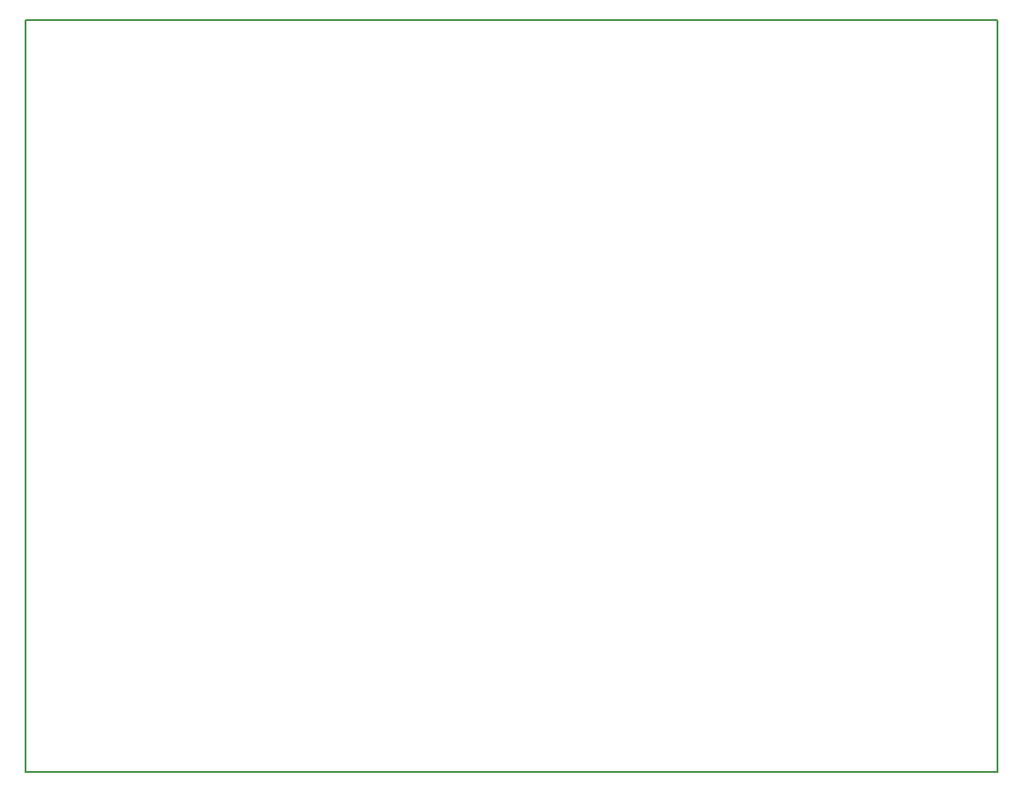
<source format=gm1>
G04 MADE WITH FRITZING*
G04 WWW.FRITZING.ORG*
G04 DOUBLE SIDED*
G04 HOLES PLATED*
G04 CONTOUR ON CENTER OF CONTOUR VECTOR*
%ASAXBY*%
%FSLAX23Y23*%
%MOIN*%
%OFA0B0*%
%SFA1.0B1.0*%
%ADD10R,3.562990X2.755910*%
%ADD11C,0.008000*%
%ADD10C,0.008*%
%LNCONTOUR*%
G90*
G70*
G54D10*
G54D11*
X4Y2752D02*
X3559Y2752D01*
X3559Y4D01*
X4Y4D01*
X4Y2752D01*
D02*
G04 End of contour*
M02*
</source>
